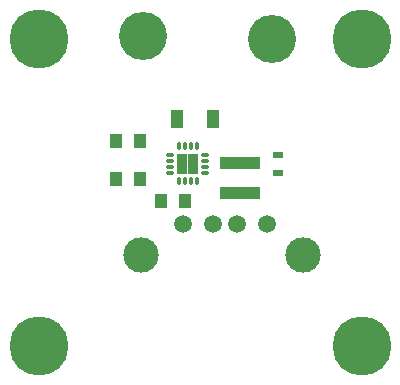
<source format=gbr>
G04 #@! TF.FileFunction,Soldermask,Top*
%FSLAX46Y46*%
G04 Gerber Fmt 4.6, Leading zero omitted, Abs format (unit mm)*
G04 Created by KiCad (PCBNEW (2015-07-31 BZR 6030)-product) date Sat Sep 12 09:46:02 2015*
%MOMM*%
G01*
G04 APERTURE LIST*
%ADD10C,0.100000*%
%ADD11C,5.000000*%
%ADD12R,1.000000X1.250000*%
%ADD13R,1.000000X1.600000*%
%ADD14C,1.501140*%
%ADD15C,2.999740*%
%ADD16R,3.400000X0.980000*%
%ADD17R,0.900000X0.500000*%
%ADD18O,0.750000X0.300000*%
%ADD19O,0.300000X0.750000*%
%ADD20R,0.900000X0.900000*%
%ADD21C,4.064000*%
G04 APERTURE END LIST*
D10*
D11*
X130811800Y-46265400D03*
X130811800Y-72300400D03*
X158116800Y-72300400D03*
D12*
X139316800Y-54950400D03*
X137316800Y-54950400D03*
X139316800Y-58125400D03*
X137316800Y-58125400D03*
D13*
X142531800Y-53045400D03*
X145531800Y-53045400D03*
D12*
X143126800Y-60030400D03*
X141126800Y-60030400D03*
D14*
X150127800Y-61935400D03*
X147587800Y-61935400D03*
X145555800Y-61935400D03*
X143015800Y-61935400D03*
D15*
X153175800Y-64602400D03*
X139459800Y-64602400D03*
D16*
X147841800Y-56770400D03*
X147841800Y-59310400D03*
D17*
X151016800Y-57605400D03*
X151016800Y-56105400D03*
D18*
X144871800Y-57605400D03*
X144871800Y-57105400D03*
X144871800Y-56605400D03*
X144871800Y-56105400D03*
D19*
X144146800Y-55380400D03*
X143646800Y-55380400D03*
X143146800Y-55380400D03*
X142646800Y-55380400D03*
D18*
X141921800Y-56105400D03*
X141921800Y-56605400D03*
X141921800Y-57105400D03*
X141921800Y-57605400D03*
D19*
X142646800Y-58330400D03*
X143146800Y-58330400D03*
X143646800Y-58330400D03*
X144146800Y-58330400D03*
D20*
X142946800Y-56405400D03*
X142946800Y-57305400D03*
X143846800Y-56405400D03*
X143846800Y-57305400D03*
D21*
X150496800Y-46265400D03*
X139586800Y-46060400D03*
D11*
X158116800Y-46265400D03*
M02*

</source>
